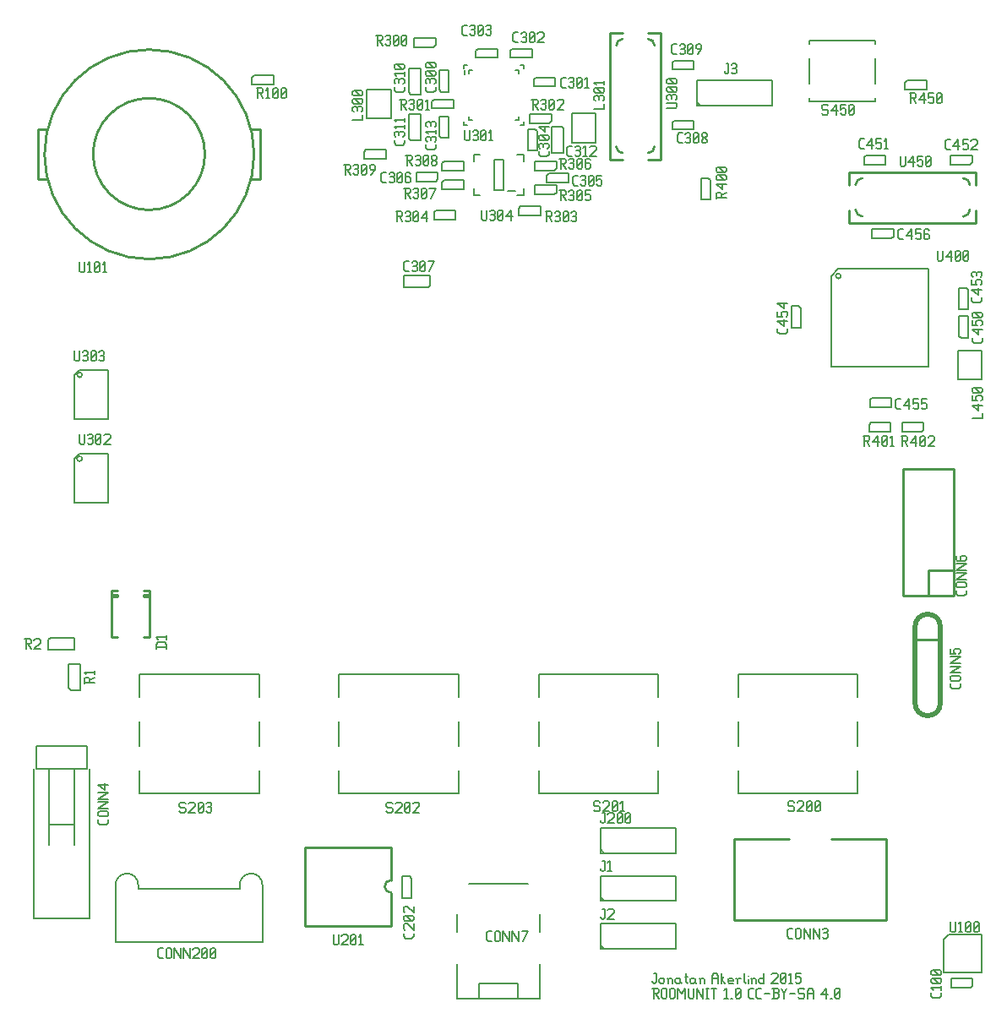
<source format=gto>
G04 start of page 9 for group -4079 idx -4079 *
G04 Title: roomunit, topsilk *
G04 Creator: pcb 1.99z *
G04 CreationDate: mån  6 apr 2015 21:39:44 UTC *
G04 For: jonatan *
G04 Format: Gerber/RS-274X *
G04 PCB-Dimensions (mm): 100.00 100.00 *
G04 PCB-Coordinate-Origin: lower left *
%MOMM*%
%FSLAX43Y43*%
%LNTOPSILK*%
%ADD157C,0.203*%
%ADD156C,0.400*%
%ADD155C,0.254*%
%ADD154C,0.508*%
%ADD153C,0.155*%
%ADD152C,0.200*%
%ADD151C,0.250*%
%ADD150C,0.150*%
G54D150*X65578Y2996D02*X65781D01*
Y2107D01*
X65654Y1980D02*X65781Y2107D01*
X65527Y1980D02*X65654D01*
X65400Y2107D02*X65527Y1980D01*
X65400Y2234D02*Y2107D01*
X66086Y2361D02*Y2107D01*
Y2361D02*X66213Y2488D01*
X66467D01*
X66594Y2361D01*
Y2107D01*
X66467Y1980D02*X66594Y2107D01*
X66213Y1980D02*X66467D01*
X66086Y2107D02*X66213Y1980D01*
X67026Y2361D02*Y1980D01*
Y2361D02*X67153Y2488D01*
X67280D01*
X67407Y2361D01*
Y1980D01*
X66899Y2488D02*X67026Y2361D01*
X68092Y2488D02*X68219Y2361D01*
X67838Y2488D02*X68092D01*
X67711Y2361D02*X67838Y2488D01*
X67711Y2361D02*Y2107D01*
X67838Y1980D01*
X68219Y2488D02*Y2107D01*
X68346Y1980D01*
X67838D02*X68092D01*
X68219Y2107D01*
X68778Y2996D02*Y2107D01*
X68905Y1980D01*
X68651Y2615D02*X68905D01*
X69540Y2488D02*X69667Y2361D01*
X69286Y2488D02*X69540D01*
X69159Y2361D02*X69286Y2488D01*
X69159Y2361D02*Y2107D01*
X69286Y1980D01*
X69667Y2488D02*Y2107D01*
X69794Y1980D01*
X69286D02*X69540D01*
X69667Y2107D01*
X70226Y2361D02*Y1980D01*
Y2361D02*X70353Y2488D01*
X70480D01*
X70607Y2361D01*
Y1980D01*
X70099Y2488D02*X70226Y2361D01*
X71369Y2742D02*Y1980D01*
Y2742D02*X71547Y2996D01*
X71826D01*
X72004Y2742D01*
Y1980D01*
X71369Y2488D02*X72004D01*
X72309Y2996D02*Y1980D01*
Y2361D02*X72690Y1980D01*
X72309Y2361D02*X72563Y2615D01*
X73122Y1980D02*X73503D01*
X72995Y2107D02*X73122Y1980D01*
X72995Y2361D02*Y2107D01*
Y2361D02*X73122Y2488D01*
X73376D01*
X73503Y2361D01*
X72995Y2234D02*X73503D01*
Y2361D02*Y2234D01*
X73934Y2361D02*Y1980D01*
Y2361D02*X74061Y2488D01*
X74315D01*
X73807D02*X73934Y2361D01*
X74620Y2996D02*Y2107D01*
X74747Y1980D01*
X75001Y2742D02*Y2717D01*
Y2361D02*Y1980D01*
X75382Y2361D02*Y1980D01*
Y2361D02*X75509Y2488D01*
X75636D01*
X75763Y2361D01*
Y1980D01*
X75255Y2488D02*X75382Y2361D01*
X76576Y2996D02*Y1980D01*
X76449D02*X76576Y2107D01*
X76195Y1980D02*X76449D01*
X76068Y2107D02*X76195Y1980D01*
X76068Y2361D02*Y2107D01*
Y2361D02*X76195Y2488D01*
X76449D01*
X76576Y2361D01*
X77338Y2869D02*X77465Y2996D01*
X77846D01*
X77973Y2869D01*
Y2615D01*
X77338Y1980D02*X77973Y2615D01*
X77338Y1980D02*X77973D01*
X78278Y2107D02*X78405Y1980D01*
X78278Y2869D02*Y2107D01*
Y2869D02*X78405Y2996D01*
X78659D01*
X78786Y2869D01*
Y2107D01*
X78659Y1980D02*X78786Y2107D01*
X78405Y1980D02*X78659D01*
X78278Y2234D02*X78786Y2742D01*
X79091Y2793D02*X79294Y2996D01*
Y1980D01*
X79091D02*X79472D01*
X79776Y2996D02*X80284D01*
X79776D02*Y2488D01*
X79903Y2615D01*
X80157D01*
X80284Y2488D01*
Y2107D01*
X80157Y1980D02*X80284Y2107D01*
X79903Y1980D02*X80157D01*
X79776Y2107D02*X79903Y1980D01*
X65400Y1496D02*X65908D01*
X66035Y1369D01*
Y1115D01*
X65908Y988D02*X66035Y1115D01*
X65527Y988D02*X65908D01*
X65527Y1496D02*Y480D01*
X65730Y988D02*X66035Y480D01*
X66340Y1369D02*Y607D01*
Y1369D02*X66467Y1496D01*
X66721D01*
X66848Y1369D01*
Y607D01*
X66721Y480D02*X66848Y607D01*
X66467Y480D02*X66721D01*
X66340Y607D02*X66467Y480D01*
X67153Y1369D02*Y607D01*
Y1369D02*X67280Y1496D01*
X67534D01*
X67661Y1369D01*
Y607D01*
X67534Y480D02*X67661Y607D01*
X67280Y480D02*X67534D01*
X67153Y607D02*X67280Y480D01*
X67965Y1496D02*Y480D01*
Y1496D02*X68346Y988D01*
X68727Y1496D01*
Y480D01*
X69032Y1496D02*Y607D01*
X69159Y480D01*
X69413D01*
X69540Y607D01*
Y1496D02*Y607D01*
X69845Y1496D02*Y480D01*
Y1496D02*X70480Y480D01*
Y1496D02*Y480D01*
X70785Y1496D02*X71039D01*
X70912D02*Y480D01*
X70785D02*X71039D01*
X71344Y1496D02*X71852D01*
X71598D02*Y480D01*
X72614Y1293D02*X72817Y1496D01*
Y480D01*
X72614D02*X72995D01*
X73299D02*X73426D01*
X73731Y607D02*X73858Y480D01*
X73731Y1369D02*Y607D01*
Y1369D02*X73858Y1496D01*
X74112D01*
X74239Y1369D01*
Y607D01*
X74112Y480D02*X74239Y607D01*
X73858Y480D02*X74112D01*
X73731Y734D02*X74239Y1242D01*
X75179Y480D02*X75509D01*
X75001Y658D02*X75179Y480D01*
X75001Y1318D02*Y658D01*
Y1318D02*X75179Y1496D01*
X75509D01*
X75992Y480D02*X76322D01*
X75814Y658D02*X75992Y480D01*
X75814Y1318D02*Y658D01*
Y1318D02*X75992Y1496D01*
X76322D01*
X76627Y988D02*X77135D01*
X77440Y480D02*X77948D01*
X78075Y607D01*
Y912D02*Y607D01*
X77948Y1039D02*X78075Y912D01*
X77567Y1039D02*X77948D01*
X77567Y1496D02*Y480D01*
X77440Y1496D02*X77948D01*
X78075Y1369D01*
Y1166D01*
X77948Y1039D02*X78075Y1166D01*
X78379Y1496D02*X78633Y988D01*
X78887Y1496D01*
X78633Y988D02*Y480D01*
X79192Y988D02*X79700D01*
X80513Y1496D02*X80640Y1369D01*
X80132Y1496D02*X80513D01*
X80005Y1369D02*X80132Y1496D01*
X80005Y1369D02*Y1115D01*
X80132Y988D01*
X80513D01*
X80640Y861D01*
Y607D01*
X80513Y480D02*X80640Y607D01*
X80132Y480D02*X80513D01*
X80005Y607D02*X80132Y480D01*
X80945Y1242D02*Y480D01*
Y1242D02*X81123Y1496D01*
X81402D01*
X81580Y1242D01*
Y480D01*
X80945Y988D02*X81580D01*
X82342Y861D02*X82850Y1496D01*
X82342Y861D02*X82977D01*
X82850Y1496D02*Y480D01*
X83282D02*X83409D01*
X83713Y607D02*X83840Y480D01*
X83713Y1369D02*Y607D01*
Y1369D02*X83840Y1496D01*
X84094D01*
X84221Y1369D01*
Y607D01*
X84094Y480D02*X84221Y607D01*
X83840Y480D02*X84094D01*
X83713Y734D02*X84221Y1242D01*
G54D151*X26134Y87556D02*Y82556D01*
X25184D01*
Y87556D02*X26134D01*
X3834D02*Y82556D01*
X4784D01*
X3834Y87556D02*X4784D01*
X18915Y81125D02*G75*G03X18915Y89044I-3960J3960D01*G01*
X18915Y89044D02*G75*G03X10996Y89044I-3960J-3960D01*G01*
X10996Y89044D02*G75*G03X10996Y81125I3960J-3960D01*G01*
X25484Y85056D02*G75*G03X14984Y95556I-10500J0D01*G01*
Y74556D02*G75*G03X25484Y85056I0J10500D01*G01*
X4484D02*G75*G03X14984Y74556I10500J0D01*G01*
X14984Y95556D02*G75*G03X4484Y85056I0J-10500D01*G01*
X10996Y81125D02*G75*G03X18915Y81125I3960J3960D01*G01*
G54D152*X25265Y92750D02*Y92050D01*
Y92750D02*X25465Y92950D01*
X27425D01*
Y92050D01*
X25265D01*
G54D153*X8000Y63450D02*X7500Y62950D01*
Y58550D01*
X10900Y63450D02*Y58550D01*
X7500D02*X10900D01*
X8000Y63450D02*X10900D01*
X7750Y62950D02*G75*G03X7750Y62950I250J0D01*G01*
X8000Y55050D02*X7500Y54550D01*
Y50150D01*
X10900Y55050D02*Y50150D01*
X7500D02*X10900D01*
X8000Y55050D02*X10900D01*
X7750Y54550D02*G75*G03X7750Y54550I250J0D01*G01*
G54D152*X4879Y36400D02*Y35400D01*
Y36400D02*X5079Y36600D01*
X7470D01*
Y35400D01*
X4879D01*
X7100Y31379D02*X8100D01*
X7100D02*X6900Y31579D01*
Y33970D02*Y31579D01*
Y33970D02*X8100D01*
Y31379D01*
X54000Y33000D02*X66000D01*
Y30700D01*
Y28200D02*Y25800D01*
Y23300D02*Y21000D01*
X54000D01*
Y23300D01*
Y25800D02*Y28200D01*
Y30700D02*Y33000D01*
X60230Y17550D02*X67770D01*
Y15050D02*X60230D01*
Y17550D01*
Y15400D02*X60580Y15050D01*
X67770Y17550D02*Y15050D01*
X60230Y12750D02*X67770D01*
Y10250D02*X60230D01*
Y12750D01*
Y10600D02*X60580Y10250D01*
X67770Y12750D02*Y10250D01*
X60230Y7950D02*X67770D01*
Y5450D02*X60230D01*
Y7950D01*
Y5800D02*X60580Y5450D01*
X67770Y7950D02*Y5450D01*
X45850Y450D02*X54150D01*
Y3950D02*Y450D01*
Y8950D02*Y7150D01*
X47050Y11950D02*X52950D01*
X45850Y8950D02*Y7150D01*
Y3950D02*Y450D01*
X48050Y1950D02*Y450D01*
Y1950D02*X51950D01*
Y450D01*
X74000Y33000D02*X86000D01*
Y30700D01*
Y28200D02*Y25800D01*
Y23300D02*Y21000D01*
X74000D01*
Y23300D01*
Y25800D02*Y28200D01*
Y30700D02*Y33000D01*
X87115Y57950D02*Y57250D01*
Y57950D02*X87315Y58150D01*
X89275D01*
Y57250D01*
X87115D01*
G54D153*X95100Y6900D02*X94600Y6400D01*
Y3100D01*
X98400Y6900D02*Y3100D01*
X94600D02*X98400D01*
X95100Y6900D02*X98400D01*
G54D154*X91730Y37700D02*Y30080D01*
X94270Y37700D02*Y30080D01*
G54D155*X91730Y36430D02*X94270D01*
G54D154*Y37700D02*G75*G03X91730Y37700I-1270J0D01*G01*
Y30080D02*G75*G03X94270Y30080I1270J0D01*G01*
G54D155*X95570Y53530D02*Y40830D01*
X90490Y53530D02*X95570D01*
X90490D02*Y40830D01*
X95570D01*
X93030Y43370D02*X95570D01*
X93030D02*Y40830D01*
G54D152*X92585Y58150D02*Y57450D01*
X92385Y57250D01*
X90425D02*X92385D01*
X90425Y58150D02*Y57250D01*
Y58150D02*X92585D01*
G54D155*X88820Y16464D02*X83296D01*
X73580D02*X79104D01*
X73580D02*Y8336D01*
X88820D01*
Y16464D01*
G54D152*X97485Y2450D02*Y1750D01*
X97285Y1550D01*
X95325D02*X97285D01*
X95325Y2450D02*Y1550D01*
Y2450D02*X97485D01*
G54D155*X85150Y79480D02*Y78210D01*
X97850D01*
Y79480D02*Y78210D01*
Y83290D02*Y82020D01*
X85150Y83290D02*X97850D01*
X85150D02*Y82020D01*
X97215D02*G75*G03X96580Y82655I-635J0D01*G01*
Y78845D02*G75*G03X97215Y79480I0J635D01*G01*
X85785D02*G75*G03X86420Y78845I635J0D01*G01*
Y82655D02*G75*G03X85785Y82020I0J-635D01*G01*
G54D152*X14000Y33000D02*X26000D01*
Y30700D01*
Y28200D02*Y25800D01*
Y23300D02*Y21000D01*
X14000D01*
Y23300D01*
Y25800D02*Y28200D01*
Y30700D02*Y33000D01*
G54D151*X14400Y41300D02*X15000D01*
G54D156*X14500Y40800D02*X14900D01*
G54D151*X15000Y41300D02*Y36700D01*
X11200Y41300D02*X11800D01*
G54D156*X11300Y40800D02*X11700D01*
G54D151*X11200Y41300D02*Y36700D01*
X14400D02*X15000D01*
X11200D02*X11800D01*
G54D157*X3690Y23452D02*X8770D01*
X3690Y25738D02*Y23452D01*
Y25738D02*X8770D01*
Y23452D01*
X4960Y17864D02*X7500D01*
Y23452D02*Y15832D01*
X4960Y23452D02*Y15832D01*
X9024Y23452D02*Y8466D01*
X3436D02*X9024D01*
X3436Y23452D02*Y8466D01*
G54D152*X34000Y33000D02*X46000D01*
Y30700D01*
Y28200D02*Y25800D01*
Y23300D02*Y21000D01*
X34000D01*
Y23300D01*
Y25800D02*Y28200D01*
Y30700D02*Y33000D01*
G54D157*X13875Y11470D02*X24035D01*
X11589Y11851D02*Y6136D01*
X26321Y11851D02*Y6136D01*
X11589D02*X26321D01*
X13875Y11851D02*Y11470D01*
X24035Y11851D02*Y11470D01*
X12732Y12994D02*G75*G03X11589Y11851I0J-1143D01*G01*
X13875D02*G75*G03X12732Y12994I-1143J0D01*G01*
X26321Y11851D02*G75*G03X25178Y12994I-1143J0D01*G01*
G75*G03X24035Y11851I0J-1143D01*G01*
G54D152*X40350Y12685D02*X41050D01*
X41250Y12485D01*
Y10525D01*
X40350D02*X41250D01*
X40350Y12685D02*Y10525D01*
G54D155*X30582Y15637D02*X39218D01*
X30582D02*Y7763D01*
X39218D01*
Y15637D02*Y12335D01*
Y11065D02*Y7763D01*
Y12335D02*G75*G03X39218Y11065I0J-635D01*G01*
G54D152*X90715Y92250D02*Y91550D01*
Y92250D02*X90915Y92450D01*
X92875D01*
Y91550D01*
X90715D01*
G54D153*X81100Y96450D02*Y96100D01*
Y94700D02*Y92100D01*
Y90700D02*Y90350D01*
X87700Y96450D02*Y96100D01*
Y94700D02*Y92100D01*
Y90700D02*Y90350D01*
X81100D02*X87700D01*
X81100Y96450D02*X87700D01*
G54D152*X69830Y92450D02*X77370D01*
Y89950D02*X69830D01*
Y92450D01*
Y90300D02*X70180Y89950D01*
X77370Y92450D02*Y89950D01*
X67415Y94250D02*Y93550D01*
Y94250D02*X67615Y94450D01*
X69575D01*
Y93550D01*
X67415D01*
X86615Y84750D02*Y84050D01*
Y84750D02*X86815Y84950D01*
X88775D01*
Y84050D01*
X86615D02*X88775D01*
X67415Y88250D02*Y87550D01*
Y88250D02*X67615Y88450D01*
X69575D01*
Y87550D01*
X67415D01*
X70300Y82685D02*X71000D01*
X71200Y82485D01*
Y80525D01*
X70300D02*X71200D01*
X70300Y82685D02*Y80525D01*
X47000Y88825D02*Y88500D01*
X47325D01*
X52000Y88825D02*Y88500D01*
X51675D02*X52000D01*
X47000Y93500D02*Y93175D01*
Y93500D02*X47325D01*
X52000D02*Y93175D01*
X51675Y93500D02*X52000D01*
X46500Y88300D02*Y88000D01*
X46800D01*
X52500Y88300D02*Y88000D01*
X52200D02*X52500D01*
X46500Y94000D02*Y93700D01*
Y94000D02*X46800D01*
X52500D02*Y93700D01*
X52200Y94000D02*X52500D01*
X46600Y93500D02*Y93045D01*
X47715Y95450D02*Y94750D01*
Y95450D02*X47915Y95650D01*
X49875D01*
Y94750D01*
X47715D01*
X51165Y95450D02*Y94750D01*
Y95450D02*X51365Y95650D01*
X53325D01*
Y94750D01*
X51165D01*
X53515Y92550D02*Y91850D01*
Y92550D02*X53715Y92750D01*
X55675D01*
Y91850D01*
X53515D02*X55675D01*
X55285Y89100D02*Y88400D01*
X55085Y88200D01*
X53125D02*X55085D01*
X53125Y89100D02*Y88200D01*
Y89100D02*X55285D01*
X55785Y84350D02*Y83650D01*
X55585Y83450D01*
X53625D02*X55585D01*
X53625Y84350D02*Y83450D01*
Y84350D02*X55785D01*
X57350Y89150D02*X59750D01*
X57350D02*Y86250D01*
X59750D01*
Y89150D02*Y86250D01*
X55300Y87821D02*X56300D01*
X56500Y87621D01*
Y85230D01*
X55300D02*X56500D01*
X55300Y87821D02*Y85230D01*
G54D155*X64970Y84550D02*X66240D01*
Y97250D02*Y84550D01*
X64970Y97250D02*X66240D01*
X61160D02*X62430D01*
X61160D02*Y84550D01*
X62430D01*
Y96615D02*G75*G03X61795Y95980I0J-635D01*G01*
X65605D02*G75*G03X64970Y96615I-635J0D01*G01*
Y85185D02*G75*G03X65605Y85820I0J635D01*G01*
X61795D02*G75*G03X62430Y85185I635J0D01*G01*
G54D152*X43315Y90350D02*Y89650D01*
Y90350D02*X43515Y90550D01*
X45475D01*
Y89650D01*
X43315D01*
X36515Y85300D02*Y84600D01*
Y85300D02*X36715Y85500D01*
X38675D01*
Y84600D01*
X36515D01*
X41200Y86479D02*X42200D01*
X41200D02*X41000Y86679D01*
Y89070D02*Y86679D01*
Y89070D02*X42200D01*
Y86479D01*
X36800Y91550D02*X39200D01*
X36800D02*Y88650D01*
X39200D01*
Y91550D02*Y88650D01*
X44250Y86715D02*X44950D01*
X44250D02*X44050Y86915D01*
Y88875D02*Y86915D01*
Y88875D02*X44950D01*
Y86715D01*
X43685Y96700D02*Y96000D01*
X43485Y95800D01*
X41525D02*X43485D01*
X41525Y96700D02*Y95800D01*
Y96700D02*X43685D01*
X44250Y91315D02*X44950D01*
X44250D02*X44050Y91515D01*
Y93475D02*Y91515D01*
Y93475D02*X44950D01*
Y91315D01*
X41200Y91079D02*X42200D01*
X41200D02*X41000Y91279D01*
Y93670D02*Y91279D01*
Y93670D02*X42200D01*
Y91079D01*
X43121Y72900D02*Y71900D01*
X42921Y71700D01*
X40530D02*X42921D01*
X40530Y72900D02*Y71700D01*
Y72900D02*X43121D01*
X43885Y83250D02*Y82550D01*
X43685Y82350D01*
X41725D02*X43685D01*
X41725Y83250D02*Y82350D01*
Y83250D02*X43885D01*
X44315Y84150D02*Y83450D01*
Y84150D02*X44515Y84350D01*
X46475D01*
Y83450D01*
X44315D01*
Y82250D02*Y81550D01*
Y82250D02*X44515Y82450D01*
X46475D01*
Y81550D01*
X44315D01*
X49550Y81500D02*X50450D01*
Y84500D02*Y81500D01*
X49550Y84500D02*X50450D01*
X49550D02*Y81500D01*
X52500Y85000D02*Y84350D01*
X51850Y85000D02*X52500D01*
X47500D02*Y84350D01*
Y85000D02*X48150D01*
X52500Y81650D02*Y81000D01*
X51850D02*X52500D01*
X47500Y81650D02*Y81000D01*
X48150D01*
X50915Y81375D02*X51685D01*
X52950Y87585D02*X53650D01*
X53850Y87385D01*
Y85425D01*
X52950D02*X53850D01*
X52950Y87585D02*Y85425D01*
X43515Y79250D02*Y78550D01*
Y79250D02*X43715Y79450D01*
X45675D01*
Y78550D01*
X43515D01*
X52015Y79650D02*Y78950D01*
Y79650D02*X52215Y79850D01*
X54175D01*
Y78950D01*
X52015D01*
X54815Y82950D02*Y82250D01*
Y82950D02*X55015Y83150D01*
X56975D01*
Y82250D01*
X54815D01*
X55785Y81950D02*Y81250D01*
X55585Y81050D01*
X53625D02*X55585D01*
X53625Y81950D02*Y81050D01*
Y81950D02*X55785D01*
G54D157*X84038Y73598D02*X93098D01*
Y63802D01*
X83302D01*
Y72862D01*
X84038Y73598D01*
X83784Y72862D02*G75*G03X83784Y72862I254J0D01*G01*
G54D152*X96150Y71685D02*X96850D01*
X97050Y71485D01*
Y69525D01*
X96150D02*X97050D01*
X96150Y71685D02*Y69525D01*
X96350Y66665D02*X97050D01*
X96350D02*X96150Y66865D01*
Y68825D02*Y66865D01*
Y68825D02*X97050D01*
Y66665D01*
X96000Y62500D02*X98400D01*
Y65400D02*Y62500D01*
X96000Y65400D02*X98400D01*
X96000D02*Y62500D01*
X87215Y60450D02*Y59750D01*
Y60450D02*X87415Y60650D01*
X89375D01*
Y59750D01*
X87215D01*
X89585Y77550D02*Y76850D01*
X89385Y76650D01*
X87425D02*X89385D01*
X87425Y77550D02*Y76650D01*
Y77550D02*X89585D01*
X79350Y69835D02*X80050D01*
X80250Y69635D01*
Y67675D01*
X79350D02*X80250D01*
X79350Y69835D02*Y67675D01*
X97435Y84950D02*Y84250D01*
X97235Y84050D01*
X95275D02*X97235D01*
X95275Y84950D02*Y84050D01*
Y84950D02*X97435D01*
G54D150*X39228Y20126D02*X39355Y19999D01*
X38847Y20126D02*X39228D01*
X38720Y19999D02*X38847Y20126D01*
X38720Y19999D02*Y19745D01*
X38847Y19618D01*
X39228D01*
X39355Y19491D01*
Y19237D01*
X39228Y19110D02*X39355Y19237D01*
X38847Y19110D02*X39228D01*
X38720Y19237D02*X38847Y19110D01*
X39660Y19999D02*X39787Y20126D01*
X40168D01*
X40295Y19999D01*
Y19745D01*
X39660Y19110D02*X40295Y19745D01*
X39660Y19110D02*X40295D01*
X40600Y19237D02*X40727Y19110D01*
X40600Y19999D02*Y19237D01*
Y19999D02*X40727Y20126D01*
X40981D01*
X41108Y19999D01*
Y19237D01*
X40981Y19110D02*X41108Y19237D01*
X40727Y19110D02*X40981D01*
X40600Y19364D02*X41108Y19872D01*
X41412Y19999D02*X41539Y20126D01*
X41920D01*
X42047Y19999D01*
Y19745D01*
X41412Y19110D02*X42047Y19745D01*
X41412Y19110D02*X42047D01*
X41470Y7008D02*Y6678D01*
X41292Y6500D02*X41470Y6678D01*
X40632Y6500D02*X41292D01*
X40632D02*X40454Y6678D01*
Y7008D02*Y6678D01*
X40581Y7313D02*X40454Y7440D01*
Y7821D02*Y7440D01*
Y7821D02*X40581Y7948D01*
X40835D01*
X41470Y7313D02*X40835Y7948D01*
X41470D02*Y7313D01*
X41343Y8253D02*X41470Y8380D01*
X40581Y8253D02*X41343D01*
X40581D02*X40454Y8380D01*
Y8634D02*Y8380D01*
Y8634D02*X40581Y8761D01*
X41343D01*
X41470Y8634D02*X41343Y8761D01*
X41470Y8634D02*Y8380D01*
X41216Y8253D02*X40708Y8761D01*
X40581Y9065D02*X40454Y9192D01*
Y9573D02*Y9192D01*
Y9573D02*X40581Y9700D01*
X40835D01*
X41470Y9065D02*X40835Y9700D01*
X41470D02*Y9065D01*
X33442Y6870D02*Y5981D01*
X33569Y5854D01*
X33823D01*
X33950Y5981D01*
Y6870D02*Y5981D01*
X34255Y6743D02*X34382Y6870D01*
X34763D01*
X34890Y6743D01*
Y6489D01*
X34255Y5854D02*X34890Y6489D01*
X34255Y5854D02*X34890D01*
X35195Y5981D02*X35322Y5854D01*
X35195Y6743D02*Y5981D01*
Y6743D02*X35322Y6870D01*
X35576D01*
X35703Y6743D01*
Y5981D01*
X35576Y5854D02*X35703Y5981D01*
X35322Y5854D02*X35576D01*
X35195Y6108D02*X35703Y6616D01*
X36007Y6667D02*X36211Y6870D01*
Y5854D01*
X36007D02*X36388D01*
X18508Y20126D02*X18635Y19999D01*
X18127Y20126D02*X18508D01*
X18000Y19999D02*X18127Y20126D01*
X18000Y19999D02*Y19745D01*
X18127Y19618D01*
X18508D01*
X18635Y19491D01*
Y19237D01*
X18508Y19110D02*X18635Y19237D01*
X18127Y19110D02*X18508D01*
X18000Y19237D02*X18127Y19110D01*
X18940Y19999D02*X19067Y20126D01*
X19448D01*
X19575Y19999D01*
Y19745D01*
X18940Y19110D02*X19575Y19745D01*
X18940Y19110D02*X19575D01*
X19880Y19237D02*X20007Y19110D01*
X19880Y19999D02*Y19237D01*
Y19999D02*X20007Y20126D01*
X20261D01*
X20388Y19999D01*
Y19237D01*
X20261Y19110D02*X20388Y19237D01*
X20007Y19110D02*X20261D01*
X19880Y19364D02*X20388Y19872D01*
X20692Y19999D02*X20819Y20126D01*
X21073D01*
X21200Y19999D01*
X21073Y19110D02*X21200Y19237D01*
X20819Y19110D02*X21073D01*
X20692Y19237D02*X20819Y19110D01*
Y19669D02*X21073D01*
X21200Y19999D02*Y19796D01*
Y19542D02*Y19237D01*
Y19542D02*X21073Y19669D01*
X21200Y19796D02*X21073Y19669D01*
X15654Y35627D02*X16670D01*
X15654Y35957D02*X15832Y36135D01*
X16492D01*
X16670Y35957D02*X16492Y36135D01*
X16670Y35957D02*Y35500D01*
X15654Y35957D02*Y35500D01*
X15857Y36440D02*X15654Y36643D01*
X16670D01*
Y36821D02*Y36440D01*
X16028Y4480D02*X16358D01*
X15850Y4658D02*X16028Y4480D01*
X15850Y5318D02*Y4658D01*
Y5318D02*X16028Y5496D01*
X16358D01*
X16663Y5369D02*Y4607D01*
Y5369D02*X16790Y5496D01*
X17044D01*
X17171Y5369D01*
Y4607D01*
X17044Y4480D02*X17171Y4607D01*
X16790Y4480D02*X17044D01*
X16663Y4607D02*X16790Y4480D01*
X17476Y5496D02*Y4480D01*
Y5496D02*X18111Y4480D01*
Y5496D02*Y4480D01*
X18415Y5496D02*Y4480D01*
Y5496D02*X19050Y4480D01*
Y5496D02*Y4480D01*
X19355Y5369D02*X19482Y5496D01*
X19863D01*
X19990Y5369D01*
Y5115D01*
X19355Y4480D02*X19990Y5115D01*
X19355Y4480D02*X19990D01*
X20295Y4607D02*X20422Y4480D01*
X20295Y5369D02*Y4607D01*
Y5369D02*X20422Y5496D01*
X20676D01*
X20803Y5369D01*
Y4607D01*
X20676Y4480D02*X20803Y4607D01*
X20422Y4480D02*X20676D01*
X20295Y4734D02*X20803Y5242D01*
X21108Y4607D02*X21235Y4480D01*
X21108Y5369D02*Y4607D01*
Y5369D02*X21235Y5496D01*
X21489D01*
X21616Y5369D01*
Y4607D01*
X21489Y4480D02*X21616Y4607D01*
X21235Y4480D02*X21489D01*
X21108Y4734D02*X21616Y5242D01*
X2500Y36496D02*X3008D01*
X3135Y36369D01*
Y36115D01*
X3008Y35988D02*X3135Y36115D01*
X2627Y35988D02*X3008D01*
X2627Y36496D02*Y35480D01*
X2830Y35988D02*X3135Y35480D01*
X3440Y36369D02*X3567Y36496D01*
X3948D01*
X4075Y36369D01*
Y36115D01*
X3440Y35480D02*X4075Y36115D01*
X3440Y35480D02*X4075D01*
X8454Y32508D02*Y32000D01*
Y32508D02*X8581Y32635D01*
X8835D01*
X8962Y32508D02*X8835Y32635D01*
X8962Y32508D02*Y32127D01*
X8454D02*X9470D01*
X8962Y32330D02*X9470Y32635D01*
X8657Y32940D02*X8454Y33143D01*
X9470D01*
Y33321D02*Y32940D01*
X10890Y18392D02*Y18062D01*
X10712Y17884D02*X10890Y18062D01*
X10052Y17884D02*X10712D01*
X10052D02*X9874Y18062D01*
Y18392D02*Y18062D01*
X10001Y18697D02*X10763D01*
X10001D02*X9874Y18824D01*
Y19078D02*Y18824D01*
Y19078D02*X10001Y19205D01*
X10763D01*
X10890Y19078D02*X10763Y19205D01*
X10890Y19078D02*Y18824D01*
X10763Y18697D02*X10890Y18824D01*
X9874Y19510D02*X10890D01*
X9874D02*X10890Y20145D01*
X9874D02*X10890D01*
X9874Y20449D02*X10890D01*
X9874D02*X10890Y21084D01*
X9874D02*X10890D01*
X10509Y21389D02*X9874Y21897D01*
X10509Y22024D02*Y21389D01*
X9874Y21897D02*X10890D01*
X48978Y6180D02*X49308D01*
X48800Y6358D02*X48978Y6180D01*
X48800Y7018D02*Y6358D01*
Y7018D02*X48978Y7196D01*
X49308D01*
X49613Y7069D02*Y6307D01*
Y7069D02*X49740Y7196D01*
X49994D01*
X50121Y7069D01*
Y6307D01*
X49994Y6180D02*X50121Y6307D01*
X49740Y6180D02*X49994D01*
X49613Y6307D02*X49740Y6180D01*
X50426Y7196D02*Y6180D01*
Y7196D02*X51061Y6180D01*
Y7196D02*Y6180D01*
X51365Y7196D02*Y6180D01*
Y7196D02*X52000Y6180D01*
Y7196D02*Y6180D01*
X52432D02*X52940Y7196D01*
X52305D02*X52940D01*
X8000Y74246D02*Y73357D01*
X8127Y73230D01*
X8381D01*
X8508Y73357D01*
Y74246D02*Y73357D01*
X8813Y74043D02*X9016Y74246D01*
Y73230D01*
X8813D02*X9194D01*
X9499Y73357D02*X9626Y73230D01*
X9499Y74119D02*Y73357D01*
Y74119D02*X9626Y74246D01*
X9880D01*
X10007Y74119D01*
Y73357D01*
X9880Y73230D02*X10007Y73357D01*
X9626Y73230D02*X9880D01*
X9499Y73484D02*X10007Y73992D01*
X10311Y74043D02*X10515Y74246D01*
Y73230D01*
X10311D02*X10692D01*
X25750Y91696D02*X26258D01*
X26385Y91569D01*
Y91315D01*
X26258Y91188D02*X26385Y91315D01*
X25877Y91188D02*X26258D01*
X25877Y91696D02*Y90680D01*
X26080Y91188D02*X26385Y90680D01*
X26690Y91493D02*X26893Y91696D01*
Y90680D01*
X26690D02*X27071D01*
X27376Y90807D02*X27503Y90680D01*
X27376Y91569D02*Y90807D01*
Y91569D02*X27503Y91696D01*
X27757D01*
X27884Y91569D01*
Y90807D01*
X27757Y90680D02*X27884Y90807D01*
X27503Y90680D02*X27757D01*
X27376Y90934D02*X27884Y91442D01*
X28188Y90807D02*X28315Y90680D01*
X28188Y91569D02*Y90807D01*
Y91569D02*X28315Y91696D01*
X28569D01*
X28696Y91569D01*
Y90807D01*
X28569Y90680D02*X28696Y90807D01*
X28315Y90680D02*X28569D01*
X28188Y90934D02*X28696Y91442D01*
X7500Y65346D02*Y64457D01*
X7627Y64330D01*
X7881D01*
X8008Y64457D01*
Y65346D02*Y64457D01*
X8313Y65219D02*X8440Y65346D01*
X8694D01*
X8821Y65219D01*
X8694Y64330D02*X8821Y64457D01*
X8440Y64330D02*X8694D01*
X8313Y64457D02*X8440Y64330D01*
Y64889D02*X8694D01*
X8821Y65219D02*Y65016D01*
Y64762D02*Y64457D01*
Y64762D02*X8694Y64889D01*
X8821Y65016D02*X8694Y64889D01*
X9126Y64457D02*X9253Y64330D01*
X9126Y65219D02*Y64457D01*
Y65219D02*X9253Y65346D01*
X9507D01*
X9634Y65219D01*
Y64457D01*
X9507Y64330D02*X9634Y64457D01*
X9253Y64330D02*X9507D01*
X9126Y64584D02*X9634Y65092D01*
X9938Y65219D02*X10065Y65346D01*
X10319D01*
X10446Y65219D01*
X10319Y64330D02*X10446Y64457D01*
X10065Y64330D02*X10319D01*
X9938Y64457D02*X10065Y64330D01*
Y64889D02*X10319D01*
X10446Y65219D02*Y65016D01*
Y64762D02*Y64457D01*
Y64762D02*X10319Y64889D01*
X10446Y65016D02*X10319Y64889D01*
X8000Y57046D02*Y56157D01*
X8127Y56030D01*
X8381D01*
X8508Y56157D01*
Y57046D02*Y56157D01*
X8813Y56919D02*X8940Y57046D01*
X9194D01*
X9321Y56919D01*
X9194Y56030D02*X9321Y56157D01*
X8940Y56030D02*X9194D01*
X8813Y56157D02*X8940Y56030D01*
Y56589D02*X9194D01*
X9321Y56919D02*Y56716D01*
Y56462D02*Y56157D01*
Y56462D02*X9194Y56589D01*
X9321Y56716D02*X9194Y56589D01*
X9626Y56157D02*X9753Y56030D01*
X9626Y56919D02*Y56157D01*
Y56919D02*X9753Y57046D01*
X10007D01*
X10134Y56919D01*
Y56157D01*
X10007Y56030D02*X10134Y56157D01*
X9753Y56030D02*X10007D01*
X9626Y56284D02*X10134Y56792D01*
X10438Y56919D02*X10565Y57046D01*
X10946D01*
X11073Y56919D01*
Y56665D01*
X10438Y56030D02*X11073Y56665D01*
X10438Y56030D02*X11073D01*
X38378Y82230D02*X38708D01*
X38200Y82408D02*X38378Y82230D01*
X38200Y83068D02*Y82408D01*
Y83068D02*X38378Y83246D01*
X38708D01*
X39013Y83119D02*X39140Y83246D01*
X39394D01*
X39521Y83119D01*
X39394Y82230D02*X39521Y82357D01*
X39140Y82230D02*X39394D01*
X39013Y82357D02*X39140Y82230D01*
Y82789D02*X39394D01*
X39521Y83119D02*Y82916D01*
Y82662D02*Y82357D01*
Y82662D02*X39394Y82789D01*
X39521Y82916D02*X39394Y82789D01*
X39826Y82357D02*X39953Y82230D01*
X39826Y83119D02*Y82357D01*
Y83119D02*X39953Y83246D01*
X40207D01*
X40334Y83119D01*
Y82357D01*
X40207Y82230D02*X40334Y82357D01*
X39953Y82230D02*X40207D01*
X39826Y82484D02*X40334Y82992D01*
X41019Y83246D02*X41146Y83119D01*
X40765Y83246D02*X41019D01*
X40638Y83119D02*X40765Y83246D01*
X40638Y83119D02*Y82357D01*
X40765Y82230D01*
X41019Y82789D02*X41146Y82662D01*
X40638Y82789D02*X41019D01*
X40765Y82230D02*X41019D01*
X41146Y82357D01*
Y82662D02*Y82357D01*
X34500Y84046D02*X35008D01*
X35135Y83919D01*
Y83665D01*
X35008Y83538D02*X35135Y83665D01*
X34627Y83538D02*X35008D01*
X34627Y84046D02*Y83030D01*
X34830Y83538D02*X35135Y83030D01*
X35440Y83919D02*X35567Y84046D01*
X35821D01*
X35948Y83919D01*
X35821Y83030D02*X35948Y83157D01*
X35567Y83030D02*X35821D01*
X35440Y83157D02*X35567Y83030D01*
Y83589D02*X35821D01*
X35948Y83919D02*Y83716D01*
Y83462D02*Y83157D01*
Y83462D02*X35821Y83589D01*
X35948Y83716D02*X35821Y83589D01*
X36253Y83157D02*X36380Y83030D01*
X36253Y83919D02*Y83157D01*
Y83919D02*X36380Y84046D01*
X36634D01*
X36761Y83919D01*
Y83157D01*
X36634Y83030D02*X36761Y83157D01*
X36380Y83030D02*X36634D01*
X36253Y83284D02*X36761Y83792D01*
X37192Y83030D02*X37573Y83538D01*
Y83919D02*Y83538D01*
X37446Y84046D02*X37573Y83919D01*
X37192Y84046D02*X37446D01*
X37065Y83919D02*X37192Y84046D01*
X37065Y83919D02*Y83665D01*
X37192Y83538D01*
X37573D01*
X40500Y81646D02*X41008D01*
X41135Y81519D01*
Y81265D01*
X41008Y81138D02*X41135Y81265D01*
X40627Y81138D02*X41008D01*
X40627Y81646D02*Y80630D01*
X40830Y81138D02*X41135Y80630D01*
X41440Y81519D02*X41567Y81646D01*
X41821D01*
X41948Y81519D01*
X41821Y80630D02*X41948Y80757D01*
X41567Y80630D02*X41821D01*
X41440Y80757D02*X41567Y80630D01*
Y81189D02*X41821D01*
X41948Y81519D02*Y81316D01*
Y81062D02*Y80757D01*
Y81062D02*X41821Y81189D01*
X41948Y81316D02*X41821Y81189D01*
X42253Y80757D02*X42380Y80630D01*
X42253Y81519D02*Y80757D01*
Y81519D02*X42380Y81646D01*
X42634D01*
X42761Y81519D01*
Y80757D01*
X42634Y80630D02*X42761Y80757D01*
X42380Y80630D02*X42634D01*
X42253Y80884D02*X42761Y81392D01*
X43192Y80630D02*X43700Y81646D01*
X43065D02*X43700D01*
X39700Y79346D02*X40208D01*
X40335Y79219D01*
Y78965D01*
X40208Y78838D02*X40335Y78965D01*
X39827Y78838D02*X40208D01*
X39827Y79346D02*Y78330D01*
X40030Y78838D02*X40335Y78330D01*
X40640Y79219D02*X40767Y79346D01*
X41021D01*
X41148Y79219D01*
X41021Y78330D02*X41148Y78457D01*
X40767Y78330D02*X41021D01*
X40640Y78457D02*X40767Y78330D01*
Y78889D02*X41021D01*
X41148Y79219D02*Y79016D01*
Y78762D02*Y78457D01*
Y78762D02*X41021Y78889D01*
X41148Y79016D02*X41021Y78889D01*
X41453Y78457D02*X41580Y78330D01*
X41453Y79219D02*Y78457D01*
Y79219D02*X41580Y79346D01*
X41834D01*
X41961Y79219D01*
Y78457D01*
X41834Y78330D02*X41961Y78457D01*
X41580Y78330D02*X41834D01*
X41453Y78584D02*X41961Y79092D01*
X42265Y78711D02*X42773Y79346D01*
X42265Y78711D02*X42900D01*
X42773Y79346D02*Y78330D01*
X40678Y73330D02*X41008D01*
X40500Y73508D02*X40678Y73330D01*
X40500Y74168D02*Y73508D01*
Y74168D02*X40678Y74346D01*
X41008D01*
X41313Y74219D02*X41440Y74346D01*
X41694D01*
X41821Y74219D01*
X41694Y73330D02*X41821Y73457D01*
X41440Y73330D02*X41694D01*
X41313Y73457D02*X41440Y73330D01*
Y73889D02*X41694D01*
X41821Y74219D02*Y74016D01*
Y73762D02*Y73457D01*
Y73762D02*X41694Y73889D01*
X41821Y74016D02*X41694Y73889D01*
X42126Y73457D02*X42253Y73330D01*
X42126Y74219D02*Y73457D01*
Y74219D02*X42253Y74346D01*
X42507D01*
X42634Y74219D01*
Y73457D01*
X42507Y73330D02*X42634Y73457D01*
X42253Y73330D02*X42507D01*
X42126Y73584D02*X42634Y74092D01*
X43065Y73330D02*X43573Y74346D01*
X42938D02*X43573D01*
X40100Y90546D02*X40608D01*
X40735Y90419D01*
Y90165D01*
X40608Y90038D02*X40735Y90165D01*
X40227Y90038D02*X40608D01*
X40227Y90546D02*Y89530D01*
X40430Y90038D02*X40735Y89530D01*
X41040Y90419D02*X41167Y90546D01*
X41421D01*
X41548Y90419D01*
X41421Y89530D02*X41548Y89657D01*
X41167Y89530D02*X41421D01*
X41040Y89657D02*X41167Y89530D01*
Y90089D02*X41421D01*
X41548Y90419D02*Y90216D01*
Y89962D02*Y89657D01*
Y89962D02*X41421Y90089D01*
X41548Y90216D02*X41421Y90089D01*
X41853Y89657D02*X41980Y89530D01*
X41853Y90419D02*Y89657D01*
Y90419D02*X41980Y90546D01*
X42234D01*
X42361Y90419D01*
Y89657D01*
X42234Y89530D02*X42361Y89657D01*
X41980Y89530D02*X42234D01*
X41853Y89784D02*X42361Y90292D01*
X42665Y90343D02*X42869Y90546D01*
Y89530D01*
X42665D02*X43046D01*
X40570Y86508D02*Y86178D01*
X40392Y86000D02*X40570Y86178D01*
X39732Y86000D02*X40392D01*
X39732D02*X39554Y86178D01*
Y86508D02*Y86178D01*
X39681Y86813D02*X39554Y86940D01*
Y87194D02*Y86940D01*
Y87194D02*X39681Y87321D01*
X40570Y87194D02*X40443Y87321D01*
X40570Y87194D02*Y86940D01*
X40443Y86813D02*X40570Y86940D01*
X40011Y87194D02*Y86940D01*
X39681Y87321D02*X39884D01*
X40138D02*X40443D01*
X40138D02*X40011Y87194D01*
X39884Y87321D02*X40011Y87194D01*
X39757Y87626D02*X39554Y87829D01*
X40570D01*
Y88007D02*Y87626D01*
X39757Y88311D02*X39554Y88515D01*
X40570D01*
Y88692D02*Y88311D01*
X35354Y88500D02*X36370D01*
Y89008D02*Y88500D01*
X35481Y89313D02*X35354Y89440D01*
Y89694D02*Y89440D01*
Y89694D02*X35481Y89821D01*
X36370Y89694D02*X36243Y89821D01*
X36370Y89694D02*Y89440D01*
X36243Y89313D02*X36370Y89440D01*
X35811Y89694D02*Y89440D01*
X35481Y89821D02*X35684D01*
X35938D02*X36243D01*
X35938D02*X35811Y89694D01*
X35684Y89821D02*X35811Y89694D01*
X36243Y90126D02*X36370Y90253D01*
X35481Y90126D02*X36243D01*
X35481D02*X35354Y90253D01*
Y90507D02*Y90253D01*
Y90507D02*X35481Y90634D01*
X36243D01*
X36370Y90507D02*X36243Y90634D01*
X36370Y90507D02*Y90253D01*
X36116Y90126D02*X35608Y90634D01*
X36243Y90938D02*X36370Y91065D01*
X35481Y90938D02*X36243D01*
X35481D02*X35354Y91065D01*
Y91319D02*Y91065D01*
Y91319D02*X35481Y91446D01*
X36243D01*
X36370Y91319D02*X36243Y91446D01*
X36370Y91319D02*Y91065D01*
X36116Y90938D02*X35608Y91446D01*
X43670Y91808D02*Y91478D01*
X43492Y91300D02*X43670Y91478D01*
X42832Y91300D02*X43492D01*
X42832D02*X42654Y91478D01*
Y91808D02*Y91478D01*
X42781Y92113D02*X42654Y92240D01*
Y92494D02*Y92240D01*
Y92494D02*X42781Y92621D01*
X43670Y92494D02*X43543Y92621D01*
X43670Y92494D02*Y92240D01*
X43543Y92113D02*X43670Y92240D01*
X43111Y92494D02*Y92240D01*
X42781Y92621D02*X42984D01*
X43238D02*X43543D01*
X43238D02*X43111Y92494D01*
X42984Y92621D02*X43111Y92494D01*
X43543Y92926D02*X43670Y93053D01*
X42781Y92926D02*X43543D01*
X42781D02*X42654Y93053D01*
Y93307D02*Y93053D01*
Y93307D02*X42781Y93434D01*
X43543D01*
X43670Y93307D02*X43543Y93434D01*
X43670Y93307D02*Y93053D01*
X43416Y92926D02*X42908Y93434D01*
X43543Y93738D02*X43670Y93865D01*
X42781Y93738D02*X43543D01*
X42781D02*X42654Y93865D01*
Y94119D02*Y93865D01*
Y94119D02*X42781Y94246D01*
X43543D01*
X43670Y94119D02*X43543Y94246D01*
X43670Y94119D02*Y93865D01*
X43416Y93738D02*X42908Y94246D01*
X40570Y91808D02*Y91478D01*
X40392Y91300D02*X40570Y91478D01*
X39732Y91300D02*X40392D01*
X39732D02*X39554Y91478D01*
Y91808D02*Y91478D01*
X39681Y92113D02*X39554Y92240D01*
Y92494D02*Y92240D01*
Y92494D02*X39681Y92621D01*
X40570Y92494D02*X40443Y92621D01*
X40570Y92494D02*Y92240D01*
X40443Y92113D02*X40570Y92240D01*
X40011Y92494D02*Y92240D01*
X39681Y92621D02*X39884D01*
X40138D02*X40443D01*
X40138D02*X40011Y92494D01*
X39884Y92621D02*X40011Y92494D01*
X39757Y92926D02*X39554Y93129D01*
X40570D01*
Y93307D02*Y92926D01*
X40443Y93611D02*X40570Y93738D01*
X39681Y93611D02*X40443D01*
X39681D02*X39554Y93738D01*
Y93992D02*Y93738D01*
Y93992D02*X39681Y94119D01*
X40443D01*
X40570Y93992D02*X40443Y94119D01*
X40570Y93992D02*Y93738D01*
X40316Y93611D02*X39808Y94119D01*
X37700Y96996D02*X38208D01*
X38335Y96869D01*
Y96615D01*
X38208Y96488D02*X38335Y96615D01*
X37827Y96488D02*X38208D01*
X37827Y96996D02*Y95980D01*
X38030Y96488D02*X38335Y95980D01*
X38640Y96869D02*X38767Y96996D01*
X39021D01*
X39148Y96869D01*
X39021Y95980D02*X39148Y96107D01*
X38767Y95980D02*X39021D01*
X38640Y96107D02*X38767Y95980D01*
Y96539D02*X39021D01*
X39148Y96869D02*Y96666D01*
Y96412D02*Y96107D01*
Y96412D02*X39021Y96539D01*
X39148Y96666D02*X39021Y96539D01*
X39453Y96107D02*X39580Y95980D01*
X39453Y96869D02*Y96107D01*
Y96869D02*X39580Y96996D01*
X39834D01*
X39961Y96869D01*
Y96107D01*
X39834Y95980D02*X39961Y96107D01*
X39580Y95980D02*X39834D01*
X39453Y96234D02*X39961Y96742D01*
X40265Y96107D02*X40392Y95980D01*
X40265Y96869D02*Y96107D01*
Y96869D02*X40392Y96996D01*
X40646D01*
X40773Y96869D01*
Y96107D01*
X40646Y95980D02*X40773Y96107D01*
X40392Y95980D02*X40646D01*
X40265Y96234D02*X40773Y96742D01*
X91200Y91196D02*X91708D01*
X91835Y91069D01*
Y90815D01*
X91708Y90688D02*X91835Y90815D01*
X91327Y90688D02*X91708D01*
X91327Y91196D02*Y90180D01*
X91530Y90688D02*X91835Y90180D01*
X92140Y90561D02*X92648Y91196D01*
X92140Y90561D02*X92775D01*
X92648Y91196D02*Y90180D01*
X93080Y91196D02*X93588D01*
X93080D02*Y90688D01*
X93207Y90815D01*
X93461D01*
X93588Y90688D01*
Y90307D01*
X93461Y90180D02*X93588Y90307D01*
X93207Y90180D02*X93461D01*
X93080Y90307D02*X93207Y90180D01*
X93892Y90307D02*X94019Y90180D01*
X93892Y91069D02*Y90307D01*
Y91069D02*X94019Y91196D01*
X94273D01*
X94400Y91069D01*
Y90307D01*
X94273Y90180D02*X94400Y90307D01*
X94019Y90180D02*X94273D01*
X93892Y90434D02*X94400Y90942D01*
X82908Y90046D02*X83035Y89919D01*
X82527Y90046D02*X82908D01*
X82400Y89919D02*X82527Y90046D01*
X82400Y89919D02*Y89665D01*
X82527Y89538D01*
X82908D01*
X83035Y89411D01*
Y89157D01*
X82908Y89030D02*X83035Y89157D01*
X82527Y89030D02*X82908D01*
X82400Y89157D02*X82527Y89030D01*
X83340Y89411D02*X83848Y90046D01*
X83340Y89411D02*X83975D01*
X83848Y90046D02*Y89030D01*
X84280Y90046D02*X84788D01*
X84280D02*Y89538D01*
X84407Y89665D01*
X84661D01*
X84788Y89538D01*
Y89157D01*
X84661Y89030D02*X84788Y89157D01*
X84407Y89030D02*X84661D01*
X84280Y89157D02*X84407Y89030D01*
X85092Y89157D02*X85219Y89030D01*
X85092Y89919D02*Y89157D01*
Y89919D02*X85219Y90046D01*
X85473D01*
X85600Y89919D01*
Y89157D01*
X85473Y89030D02*X85600Y89157D01*
X85219Y89030D02*X85473D01*
X85092Y89284D02*X85600Y89792D01*
X72828Y94146D02*X73031D01*
Y93257D01*
X72904Y93130D02*X73031Y93257D01*
X72777Y93130D02*X72904D01*
X72650Y93257D02*X72777Y93130D01*
X72650Y93384D02*Y93257D01*
X73336Y94019D02*X73463Y94146D01*
X73717D01*
X73844Y94019D01*
X73717Y93130D02*X73844Y93257D01*
X73463Y93130D02*X73717D01*
X73336Y93257D02*X73463Y93130D01*
Y93689D02*X73717D01*
X73844Y94019D02*Y93816D01*
Y93562D02*Y93257D01*
Y93562D02*X73717Y93689D01*
X73844Y93816D02*X73717Y93689D01*
X86278Y85580D02*X86608D01*
X86100Y85758D02*X86278Y85580D01*
X86100Y86418D02*Y85758D01*
Y86418D02*X86278Y86596D01*
X86608D01*
X86913Y85961D02*X87421Y86596D01*
X86913Y85961D02*X87548D01*
X87421Y86596D02*Y85580D01*
X87853Y86596D02*X88361D01*
X87853D02*Y86088D01*
X87980Y86215D01*
X88234D01*
X88361Y86088D01*
Y85707D01*
X88234Y85580D02*X88361Y85707D01*
X87980Y85580D02*X88234D01*
X87853Y85707D02*X87980Y85580D01*
X88665Y86393D02*X88869Y86596D01*
Y85580D01*
X88665D02*X89046D01*
X94928Y85530D02*X95258D01*
X94750Y85708D02*X94928Y85530D01*
X94750Y86368D02*Y85708D01*
Y86368D02*X94928Y86546D01*
X95258D01*
X95563Y85911D02*X96071Y86546D01*
X95563Y85911D02*X96198D01*
X96071Y86546D02*Y85530D01*
X96503Y86546D02*X97011D01*
X96503D02*Y86038D01*
X96630Y86165D01*
X96884D01*
X97011Y86038D01*
Y85657D01*
X96884Y85530D02*X97011Y85657D01*
X96630Y85530D02*X96884D01*
X96503Y85657D02*X96630Y85530D01*
X97315Y86419D02*X97442Y86546D01*
X97823D01*
X97950Y86419D01*
Y86165D01*
X97315Y85530D02*X97950Y86165D01*
X97315Y85530D02*X97950D01*
X90250Y84896D02*Y84007D01*
X90377Y83880D01*
X90631D01*
X90758Y84007D01*
Y84896D02*Y84007D01*
X91063Y84261D02*X91571Y84896D01*
X91063Y84261D02*X91698D01*
X91571Y84896D02*Y83880D01*
X92003Y84896D02*X92511D01*
X92003D02*Y84388D01*
X92130Y84515D01*
X92384D01*
X92511Y84388D01*
Y84007D01*
X92384Y83880D02*X92511Y84007D01*
X92130Y83880D02*X92384D01*
X92003Y84007D02*X92130Y83880D01*
X92815Y84007D02*X92942Y83880D01*
X92815Y84769D02*Y84007D01*
Y84769D02*X92942Y84896D01*
X93196D01*
X93323Y84769D01*
Y84007D01*
X93196Y83880D02*X93323Y84007D01*
X92942Y83880D02*X93196D01*
X92815Y84134D02*X93323Y84642D01*
X94000Y75396D02*Y74507D01*
X94127Y74380D01*
X94381D01*
X94508Y74507D01*
Y75396D02*Y74507D01*
X94813Y74761D02*X95321Y75396D01*
X94813Y74761D02*X95448D01*
X95321Y75396D02*Y74380D01*
X95753Y74507D02*X95880Y74380D01*
X95753Y75269D02*Y74507D01*
Y75269D02*X95880Y75396D01*
X96134D01*
X96261Y75269D01*
Y74507D01*
X96134Y74380D02*X96261Y74507D01*
X95880Y74380D02*X96134D01*
X95753Y74634D02*X96261Y75142D01*
X96565Y74507D02*X96692Y74380D01*
X96565Y75269D02*Y74507D01*
Y75269D02*X96692Y75396D01*
X96946D01*
X97073Y75269D01*
Y74507D01*
X96946Y74380D02*X97073Y74507D01*
X96692Y74380D02*X96946D01*
X96565Y74634D02*X97073Y75142D01*
X98420Y70708D02*Y70378D01*
X98242Y70200D02*X98420Y70378D01*
X97582Y70200D02*X98242D01*
X97582D02*X97404Y70378D01*
Y70708D02*Y70378D01*
X98039Y71013D02*X97404Y71521D01*
X98039Y71648D02*Y71013D01*
X97404Y71521D02*X98420D01*
X97404Y72461D02*Y71953D01*
X97912D01*
X97785Y72080D01*
Y72334D02*Y72080D01*
Y72334D02*X97912Y72461D01*
X98293D01*
X98420Y72334D02*X98293Y72461D01*
X98420Y72334D02*Y72080D01*
X98293Y71953D02*X98420Y72080D01*
X97531Y72765D02*X97404Y72892D01*
Y73146D02*Y72892D01*
Y73146D02*X97531Y73273D01*
X98420Y73146D02*X98293Y73273D01*
X98420Y73146D02*Y72892D01*
X98293Y72765D02*X98420Y72892D01*
X97861Y73146D02*Y72892D01*
X97531Y73273D02*X97734D01*
X97988D02*X98293D01*
X97988D02*X97861Y73146D01*
X97734Y73273D02*X97861Y73146D01*
X98470Y66658D02*Y66328D01*
X98292Y66150D02*X98470Y66328D01*
X97632Y66150D02*X98292D01*
X97632D02*X97454Y66328D01*
Y66658D02*Y66328D01*
X98089Y66963D02*X97454Y67471D01*
X98089Y67598D02*Y66963D01*
X97454Y67471D02*X98470D01*
X97454Y68411D02*Y67903D01*
X97962D01*
X97835Y68030D01*
Y68284D02*Y68030D01*
Y68284D02*X97962Y68411D01*
X98343D01*
X98470Y68284D02*X98343Y68411D01*
X98470Y68284D02*Y68030D01*
X98343Y67903D02*X98470Y68030D01*
X98343Y68715D02*X98470Y68842D01*
X97581Y68715D02*X98343D01*
X97581D02*X97454Y68842D01*
Y69096D02*Y68842D01*
Y69096D02*X97581Y69223D01*
X98343D01*
X98470Y69096D02*X98343Y69223D01*
X98470Y69096D02*Y68842D01*
X98216Y68715D02*X97708Y69223D01*
X97454Y58600D02*X98470D01*
Y59108D02*Y58600D01*
X98089Y59413D02*X97454Y59921D01*
X98089Y60048D02*Y59413D01*
X97454Y59921D02*X98470D01*
X97454Y60861D02*Y60353D01*
X97962D01*
X97835Y60480D01*
Y60734D02*Y60480D01*
Y60734D02*X97962Y60861D01*
X98343D01*
X98470Y60734D02*X98343Y60861D01*
X98470Y60734D02*Y60480D01*
X98343Y60353D02*X98470Y60480D01*
X98343Y61165D02*X98470Y61292D01*
X97581Y61165D02*X98343D01*
X97581D02*X97454Y61292D01*
Y61546D02*Y61292D01*
Y61546D02*X97581Y61673D01*
X98343D01*
X98470Y61546D02*X98343Y61673D01*
X98470Y61546D02*Y61292D01*
X98216Y61165D02*X97708Y61673D01*
X90350Y56796D02*X90858D01*
X90985Y56669D01*
Y56415D01*
X90858Y56288D02*X90985Y56415D01*
X90477Y56288D02*X90858D01*
X90477Y56796D02*Y55780D01*
X90680Y56288D02*X90985Y55780D01*
X91290Y56161D02*X91798Y56796D01*
X91290Y56161D02*X91925D01*
X91798Y56796D02*Y55780D01*
X92230Y55907D02*X92357Y55780D01*
X92230Y56669D02*Y55907D01*
Y56669D02*X92357Y56796D01*
X92611D01*
X92738Y56669D01*
Y55907D01*
X92611Y55780D02*X92738Y55907D01*
X92357Y55780D02*X92611D01*
X92230Y56034D02*X92738Y56542D01*
X93042Y56669D02*X93169Y56796D01*
X93550D01*
X93677Y56669D01*
Y56415D01*
X93042Y55780D02*X93677Y56415D01*
X93042Y55780D02*X93677D01*
X86550Y56846D02*X87058D01*
X87185Y56719D01*
Y56465D01*
X87058Y56338D02*X87185Y56465D01*
X86677Y56338D02*X87058D01*
X86677Y56846D02*Y55830D01*
X86880Y56338D02*X87185Y55830D01*
X87490Y56211D02*X87998Y56846D01*
X87490Y56211D02*X88125D01*
X87998Y56846D02*Y55830D01*
X88430Y55957D02*X88557Y55830D01*
X88430Y56719D02*Y55957D01*
Y56719D02*X88557Y56846D01*
X88811D01*
X88938Y56719D01*
Y55957D01*
X88811Y55830D02*X88938Y55957D01*
X88557Y55830D02*X88811D01*
X88430Y56084D02*X88938Y56592D01*
X89242Y56643D02*X89446Y56846D01*
Y55830D01*
X89242D02*X89623D01*
X90228Y76530D02*X90558D01*
X90050Y76708D02*X90228Y76530D01*
X90050Y77368D02*Y76708D01*
Y77368D02*X90228Y77546D01*
X90558D01*
X90863Y76911D02*X91371Y77546D01*
X90863Y76911D02*X91498D01*
X91371Y77546D02*Y76530D01*
X91803Y77546D02*X92311D01*
X91803D02*Y77038D01*
X91930Y77165D01*
X92184D01*
X92311Y77038D01*
Y76657D01*
X92184Y76530D02*X92311Y76657D01*
X91930Y76530D02*X92184D01*
X91803Y76657D02*X91930Y76530D01*
X92996Y77546D02*X93123Y77419D01*
X92742Y77546D02*X92996D01*
X92615Y77419D02*X92742Y77546D01*
X92615Y77419D02*Y76657D01*
X92742Y76530D01*
X92996Y77089D02*X93123Y76962D01*
X92615Y77089D02*X92996D01*
X92742Y76530D02*X92996D01*
X93123Y76657D01*
Y76962D02*Y76657D01*
X89978Y59530D02*X90308D01*
X89800Y59708D02*X89978Y59530D01*
X89800Y60368D02*Y59708D01*
Y60368D02*X89978Y60546D01*
X90308D01*
X90613Y59911D02*X91121Y60546D01*
X90613Y59911D02*X91248D01*
X91121Y60546D02*Y59530D01*
X91553Y60546D02*X92061D01*
X91553D02*Y60038D01*
X91680Y60165D01*
X91934D01*
X92061Y60038D01*
Y59657D01*
X91934Y59530D02*X92061Y59657D01*
X91680Y59530D02*X91934D01*
X91553Y59657D02*X91680Y59530D01*
X92365Y60546D02*X92873D01*
X92365D02*Y60038D01*
X92492Y60165D01*
X92746D01*
X92873Y60038D01*
Y59657D01*
X92746Y59530D02*X92873Y59657D01*
X92492Y59530D02*X92746D01*
X92365Y59657D02*X92492Y59530D01*
X78970Y67558D02*Y67228D01*
X78792Y67050D02*X78970Y67228D01*
X78132Y67050D02*X78792D01*
X78132D02*X77954Y67228D01*
Y67558D02*Y67228D01*
X78589Y67863D02*X77954Y68371D01*
X78589Y68498D02*Y67863D01*
X77954Y68371D02*X78970D01*
X77954Y69311D02*Y68803D01*
X78462D01*
X78335Y68930D01*
Y69184D02*Y68930D01*
Y69184D02*X78462Y69311D01*
X78843D01*
X78970Y69184D02*X78843Y69311D01*
X78970Y69184D02*Y68930D01*
X78843Y68803D02*X78970Y68930D01*
X78589Y69615D02*X77954Y70123D01*
X78589Y70250D02*Y69615D01*
X77954Y70123D02*X78970D01*
X40700Y84946D02*X41208D01*
X41335Y84819D01*
Y84565D01*
X41208Y84438D02*X41335Y84565D01*
X40827Y84438D02*X41208D01*
X40827Y84946D02*Y83930D01*
X41030Y84438D02*X41335Y83930D01*
X41640Y84819D02*X41767Y84946D01*
X42021D01*
X42148Y84819D01*
X42021Y83930D02*X42148Y84057D01*
X41767Y83930D02*X42021D01*
X41640Y84057D02*X41767Y83930D01*
Y84489D02*X42021D01*
X42148Y84819D02*Y84616D01*
Y84362D02*Y84057D01*
Y84362D02*X42021Y84489D01*
X42148Y84616D02*X42021Y84489D01*
X42453Y84057D02*X42580Y83930D01*
X42453Y84819D02*Y84057D01*
Y84819D02*X42580Y84946D01*
X42834D01*
X42961Y84819D01*
Y84057D01*
X42834Y83930D02*X42961Y84057D01*
X42580Y83930D02*X42834D01*
X42453Y84184D02*X42961Y84692D01*
X43265Y84057D02*X43392Y83930D01*
X43265Y84260D02*Y84057D01*
Y84260D02*X43443Y84438D01*
X43596D01*
X43773Y84260D01*
Y84057D01*
X43646Y83930D02*X43773Y84057D01*
X43392Y83930D02*X43646D01*
X43265Y84616D02*X43443Y84438D01*
X43265Y84819D02*Y84616D01*
Y84819D02*X43392Y84946D01*
X43646D01*
X43773Y84819D01*
Y84616D01*
X43596Y84438D02*X43773Y84616D01*
X43720Y86008D02*Y85678D01*
X43542Y85500D02*X43720Y85678D01*
X42882Y85500D02*X43542D01*
X42882D02*X42704Y85678D01*
Y86008D02*Y85678D01*
X42831Y86313D02*X42704Y86440D01*
Y86694D02*Y86440D01*
Y86694D02*X42831Y86821D01*
X43720Y86694D02*X43593Y86821D01*
X43720Y86694D02*Y86440D01*
X43593Y86313D02*X43720Y86440D01*
X43161Y86694D02*Y86440D01*
X42831Y86821D02*X43034D01*
X43288D02*X43593D01*
X43288D02*X43161Y86694D01*
X43034Y86821D02*X43161Y86694D01*
X42907Y87126D02*X42704Y87329D01*
X43720D01*
Y87507D02*Y87126D01*
X42831Y87811D02*X42704Y87938D01*
Y88192D02*Y87938D01*
Y88192D02*X42831Y88319D01*
X43720Y88192D02*X43593Y88319D01*
X43720Y88192D02*Y87938D01*
X43593Y87811D02*X43720Y87938D01*
X43161Y88192D02*Y87938D01*
X42831Y88319D02*X43034D01*
X43288D02*X43593D01*
X43288D02*X43161Y88192D01*
X43034Y88319D02*X43161Y88192D01*
X48300Y79446D02*Y78557D01*
X48427Y78430D01*
X48681D01*
X48808Y78557D01*
Y79446D02*Y78557D01*
X49113Y79319D02*X49240Y79446D01*
X49494D01*
X49621Y79319D01*
X49494Y78430D02*X49621Y78557D01*
X49240Y78430D02*X49494D01*
X49113Y78557D02*X49240Y78430D01*
Y78989D02*X49494D01*
X49621Y79319D02*Y79116D01*
Y78862D02*Y78557D01*
Y78862D02*X49494Y78989D01*
X49621Y79116D02*X49494Y78989D01*
X49926Y78557D02*X50053Y78430D01*
X49926Y79319D02*Y78557D01*
Y79319D02*X50053Y79446D01*
X50307D01*
X50434Y79319D01*
Y78557D01*
X50307Y78430D02*X50434Y78557D01*
X50053Y78430D02*X50307D01*
X49926Y78684D02*X50434Y79192D01*
X50738Y78811D02*X51246Y79446D01*
X50738Y78811D02*X51373D01*
X51246Y79446D02*Y78430D01*
X67528Y95080D02*X67858D01*
X67350Y95258D02*X67528Y95080D01*
X67350Y95918D02*Y95258D01*
Y95918D02*X67528Y96096D01*
X67858D01*
X68163Y95969D02*X68290Y96096D01*
X68544D01*
X68671Y95969D01*
X68544Y95080D02*X68671Y95207D01*
X68290Y95080D02*X68544D01*
X68163Y95207D02*X68290Y95080D01*
Y95639D02*X68544D01*
X68671Y95969D02*Y95766D01*
Y95512D02*Y95207D01*
Y95512D02*X68544Y95639D01*
X68671Y95766D02*X68544Y95639D01*
X68976Y95207D02*X69103Y95080D01*
X68976Y95969D02*Y95207D01*
Y95969D02*X69103Y96096D01*
X69357D01*
X69484Y95969D01*
Y95207D01*
X69357Y95080D02*X69484Y95207D01*
X69103Y95080D02*X69357D01*
X68976Y95334D02*X69484Y95842D01*
X69915Y95080D02*X70296Y95588D01*
Y95969D02*Y95588D01*
X70169Y96096D02*X70296Y95969D01*
X69915Y96096D02*X70169D01*
X69788Y95969D02*X69915Y96096D01*
X69788Y95969D02*Y95715D01*
X69915Y95588D01*
X70296D01*
X68078Y86180D02*X68408D01*
X67900Y86358D02*X68078Y86180D01*
X67900Y87018D02*Y86358D01*
Y87018D02*X68078Y87196D01*
X68408D01*
X68713Y87069D02*X68840Y87196D01*
X69094D01*
X69221Y87069D01*
X69094Y86180D02*X69221Y86307D01*
X68840Y86180D02*X69094D01*
X68713Y86307D02*X68840Y86180D01*
Y86739D02*X69094D01*
X69221Y87069D02*Y86866D01*
Y86612D02*Y86307D01*
Y86612D02*X69094Y86739D01*
X69221Y86866D02*X69094Y86739D01*
X69526Y86307D02*X69653Y86180D01*
X69526Y87069D02*Y86307D01*
Y87069D02*X69653Y87196D01*
X69907D01*
X70034Y87069D01*
Y86307D01*
X69907Y86180D02*X70034Y86307D01*
X69653Y86180D02*X69907D01*
X69526Y86434D02*X70034Y86942D01*
X70338Y86307D02*X70465Y86180D01*
X70338Y86510D02*Y86307D01*
Y86510D02*X70516Y86688D01*
X70669D01*
X70846Y86510D01*
Y86307D01*
X70719Y86180D02*X70846Y86307D01*
X70465Y86180D02*X70719D01*
X70338Y86866D02*X70516Y86688D01*
X70338Y87069D02*Y86866D01*
Y87069D02*X70465Y87196D01*
X70719D01*
X70846Y87069D01*
Y86866D01*
X70669Y86688D02*X70846Y86866D01*
X71804Y81108D02*Y80600D01*
Y81108D02*X71931Y81235D01*
X72185D01*
X72312Y81108D02*X72185Y81235D01*
X72312Y81108D02*Y80727D01*
X71804D02*X72820D01*
X72312Y80930D02*X72820Y81235D01*
X72439Y81540D02*X71804Y82048D01*
X72439Y82175D02*Y81540D01*
X71804Y82048D02*X72820D01*
X72693Y82480D02*X72820Y82607D01*
X71931Y82480D02*X72693D01*
X71931D02*X71804Y82607D01*
Y82861D02*Y82607D01*
Y82861D02*X71931Y82988D01*
X72693D01*
X72820Y82861D02*X72693Y82988D01*
X72820Y82861D02*Y82607D01*
X72566Y82480D02*X72058Y82988D01*
X72693Y83292D02*X72820Y83419D01*
X71931Y83292D02*X72693D01*
X71931D02*X71804Y83419D01*
Y83673D02*Y83419D01*
Y83673D02*X71931Y83800D01*
X72693D01*
X72820Y83673D02*X72693Y83800D01*
X72820Y83673D02*Y83419D01*
X72566Y83292D02*X72058Y83800D01*
X66854Y89700D02*X67743D01*
X67870Y89827D01*
Y90081D02*Y89827D01*
Y90081D02*X67743Y90208D01*
X66854D02*X67743D01*
X66981Y90513D02*X66854Y90640D01*
Y90894D02*Y90640D01*
Y90894D02*X66981Y91021D01*
X67870Y90894D02*X67743Y91021D01*
X67870Y90894D02*Y90640D01*
X67743Y90513D02*X67870Y90640D01*
X67311Y90894D02*Y90640D01*
X66981Y91021D02*X67184D01*
X67438D02*X67743D01*
X67438D02*X67311Y90894D01*
X67184Y91021D02*X67311Y90894D01*
X67743Y91326D02*X67870Y91453D01*
X66981Y91326D02*X67743D01*
X66981D02*X66854Y91453D01*
Y91707D02*Y91453D01*
Y91707D02*X66981Y91834D01*
X67743D01*
X67870Y91707D02*X67743Y91834D01*
X67870Y91707D02*Y91453D01*
X67616Y91326D02*X67108Y91834D01*
X67743Y92138D02*X67870Y92265D01*
X66981Y92138D02*X67743D01*
X66981D02*X66854Y92265D01*
Y92519D02*Y92265D01*
Y92519D02*X66981Y92646D01*
X67743D01*
X67870Y92519D02*X67743Y92646D01*
X67870Y92519D02*Y92265D01*
X67616Y92138D02*X67108Y92646D01*
X46600Y87446D02*Y86557D01*
X46727Y86430D01*
X46981D01*
X47108Y86557D01*
Y87446D02*Y86557D01*
X47413Y87319D02*X47540Y87446D01*
X47794D01*
X47921Y87319D01*
X47794Y86430D02*X47921Y86557D01*
X47540Y86430D02*X47794D01*
X47413Y86557D02*X47540Y86430D01*
Y86989D02*X47794D01*
X47921Y87319D02*Y87116D01*
Y86862D02*Y86557D01*
Y86862D02*X47794Y86989D01*
X47921Y87116D02*X47794Y86989D01*
X48226Y86557D02*X48353Y86430D01*
X48226Y87319D02*Y86557D01*
Y87319D02*X48353Y87446D01*
X48607D01*
X48734Y87319D01*
Y86557D01*
X48607Y86430D02*X48734Y86557D01*
X48353Y86430D02*X48607D01*
X48226Y86684D02*X48734Y87192D01*
X49038Y87243D02*X49242Y87446D01*
Y86430D01*
X49038D02*X49419D01*
X46478Y96980D02*X46808D01*
X46300Y97158D02*X46478Y96980D01*
X46300Y97818D02*Y97158D01*
Y97818D02*X46478Y97996D01*
X46808D01*
X47113Y97869D02*X47240Y97996D01*
X47494D01*
X47621Y97869D01*
X47494Y96980D02*X47621Y97107D01*
X47240Y96980D02*X47494D01*
X47113Y97107D02*X47240Y96980D01*
Y97539D02*X47494D01*
X47621Y97869D02*Y97666D01*
Y97412D02*Y97107D01*
Y97412D02*X47494Y97539D01*
X47621Y97666D02*X47494Y97539D01*
X47926Y97107D02*X48053Y96980D01*
X47926Y97869D02*Y97107D01*
Y97869D02*X48053Y97996D01*
X48307D01*
X48434Y97869D01*
Y97107D01*
X48307Y96980D02*X48434Y97107D01*
X48053Y96980D02*X48307D01*
X47926Y97234D02*X48434Y97742D01*
X48738Y97869D02*X48865Y97996D01*
X49119D01*
X49246Y97869D01*
X49119Y96980D02*X49246Y97107D01*
X48865Y96980D02*X49119D01*
X48738Y97107D02*X48865Y96980D01*
Y97539D02*X49119D01*
X49246Y97869D02*Y97666D01*
Y97412D02*Y97107D01*
Y97412D02*X49119Y97539D01*
X49246Y97666D02*X49119Y97539D01*
X56378Y91730D02*X56708D01*
X56200Y91908D02*X56378Y91730D01*
X56200Y92568D02*Y91908D01*
Y92568D02*X56378Y92746D01*
X56708D01*
X57013Y92619D02*X57140Y92746D01*
X57394D01*
X57521Y92619D01*
X57394Y91730D02*X57521Y91857D01*
X57140Y91730D02*X57394D01*
X57013Y91857D02*X57140Y91730D01*
Y92289D02*X57394D01*
X57521Y92619D02*Y92416D01*
Y92162D02*Y91857D01*
Y92162D02*X57394Y92289D01*
X57521Y92416D02*X57394Y92289D01*
X57826Y91857D02*X57953Y91730D01*
X57826Y92619D02*Y91857D01*
Y92619D02*X57953Y92746D01*
X58207D01*
X58334Y92619D01*
Y91857D01*
X58207Y91730D02*X58334Y91857D01*
X57953Y91730D02*X58207D01*
X57826Y91984D02*X58334Y92492D01*
X58638Y92543D02*X58842Y92746D01*
Y91730D01*
X58638D02*X59019D01*
X53300Y90546D02*X53808D01*
X53935Y90419D01*
Y90165D01*
X53808Y90038D02*X53935Y90165D01*
X53427Y90038D02*X53808D01*
X53427Y90546D02*Y89530D01*
X53630Y90038D02*X53935Y89530D01*
X54240Y90419D02*X54367Y90546D01*
X54621D01*
X54748Y90419D01*
X54621Y89530D02*X54748Y89657D01*
X54367Y89530D02*X54621D01*
X54240Y89657D02*X54367Y89530D01*
Y90089D02*X54621D01*
X54748Y90419D02*Y90216D01*
Y89962D02*Y89657D01*
Y89962D02*X54621Y90089D01*
X54748Y90216D02*X54621Y90089D01*
X55053Y89657D02*X55180Y89530D01*
X55053Y90419D02*Y89657D01*
Y90419D02*X55180Y90546D01*
X55434D01*
X55561Y90419D01*
Y89657D01*
X55434Y89530D02*X55561Y89657D01*
X55180Y89530D02*X55434D01*
X55053Y89784D02*X55561Y90292D01*
X55865Y90419D02*X55992Y90546D01*
X56373D01*
X56500Y90419D01*
Y90165D01*
X55865Y89530D02*X56500Y90165D01*
X55865Y89530D02*X56500D01*
X51628Y96280D02*X51958D01*
X51450Y96458D02*X51628Y96280D01*
X51450Y97118D02*Y96458D01*
Y97118D02*X51628Y97296D01*
X51958D01*
X52263Y97169D02*X52390Y97296D01*
X52644D01*
X52771Y97169D01*
X52644Y96280D02*X52771Y96407D01*
X52390Y96280D02*X52644D01*
X52263Y96407D02*X52390Y96280D01*
Y96839D02*X52644D01*
X52771Y97169D02*Y96966D01*
Y96712D02*Y96407D01*
Y96712D02*X52644Y96839D01*
X52771Y96966D02*X52644Y96839D01*
X53076Y96407D02*X53203Y96280D01*
X53076Y97169D02*Y96407D01*
Y97169D02*X53203Y97296D01*
X53457D01*
X53584Y97169D01*
Y96407D01*
X53457Y96280D02*X53584Y96407D01*
X53203Y96280D02*X53457D01*
X53076Y96534D02*X53584Y97042D01*
X53888Y97169D02*X54015Y97296D01*
X54396D01*
X54523Y97169D01*
Y96915D01*
X53888Y96280D02*X54523Y96915D01*
X53888Y96280D02*X54523D01*
X59554Y89600D02*X60570D01*
Y90108D02*Y89600D01*
X59681Y90413D02*X59554Y90540D01*
Y90794D02*Y90540D01*
Y90794D02*X59681Y90921D01*
X60570Y90794D02*X60443Y90921D01*
X60570Y90794D02*Y90540D01*
X60443Y90413D02*X60570Y90540D01*
X60011Y90794D02*Y90540D01*
X59681Y90921D02*X59884D01*
X60138D02*X60443D01*
X60138D02*X60011Y90794D01*
X59884Y90921D02*X60011Y90794D01*
X60443Y91226D02*X60570Y91353D01*
X59681Y91226D02*X60443D01*
X59681D02*X59554Y91353D01*
Y91607D02*Y91353D01*
Y91607D02*X59681Y91734D01*
X60443D01*
X60570Y91607D02*X60443Y91734D01*
X60570Y91607D02*Y91353D01*
X60316Y91226D02*X59808Y91734D01*
X59757Y92038D02*X59554Y92242D01*
X60570D01*
Y92419D02*Y92038D01*
X55020Y85358D02*Y85028D01*
X54842Y84850D02*X55020Y85028D01*
X54182Y84850D02*X54842D01*
X54182D02*X54004Y85028D01*
Y85358D02*Y85028D01*
X54131Y85663D02*X54004Y85790D01*
Y86044D02*Y85790D01*
Y86044D02*X54131Y86171D01*
X55020Y86044D02*X54893Y86171D01*
X55020Y86044D02*Y85790D01*
X54893Y85663D02*X55020Y85790D01*
X54461Y86044D02*Y85790D01*
X54131Y86171D02*X54334D01*
X54588D02*X54893D01*
X54588D02*X54461Y86044D01*
X54334Y86171D02*X54461Y86044D01*
X54893Y86476D02*X55020Y86603D01*
X54131Y86476D02*X54893D01*
X54131D02*X54004Y86603D01*
Y86857D02*Y86603D01*
Y86857D02*X54131Y86984D01*
X54893D01*
X55020Y86857D02*X54893Y86984D01*
X55020Y86857D02*Y86603D01*
X54766Y86476D02*X54258Y86984D01*
X54639Y87288D02*X54004Y87796D01*
X54639Y87923D02*Y87288D01*
X54004Y87796D02*X55020D01*
X54700Y79346D02*X55208D01*
X55335Y79219D01*
Y78965D01*
X55208Y78838D02*X55335Y78965D01*
X54827Y78838D02*X55208D01*
X54827Y79346D02*Y78330D01*
X55030Y78838D02*X55335Y78330D01*
X55640Y79219D02*X55767Y79346D01*
X56021D01*
X56148Y79219D01*
X56021Y78330D02*X56148Y78457D01*
X55767Y78330D02*X56021D01*
X55640Y78457D02*X55767Y78330D01*
Y78889D02*X56021D01*
X56148Y79219D02*Y79016D01*
Y78762D02*Y78457D01*
Y78762D02*X56021Y78889D01*
X56148Y79016D02*X56021Y78889D01*
X56453Y78457D02*X56580Y78330D01*
X56453Y79219D02*Y78457D01*
Y79219D02*X56580Y79346D01*
X56834D01*
X56961Y79219D01*
Y78457D01*
X56834Y78330D02*X56961Y78457D01*
X56580Y78330D02*X56834D01*
X56453Y78584D02*X56961Y79092D01*
X57265Y79219D02*X57392Y79346D01*
X57646D01*
X57773Y79219D01*
X57646Y78330D02*X57773Y78457D01*
X57392Y78330D02*X57646D01*
X57265Y78457D02*X57392Y78330D01*
Y78889D02*X57646D01*
X57773Y79219D02*Y79016D01*
Y78762D02*Y78457D01*
Y78762D02*X57646Y78889D01*
X57773Y79016D02*X57646Y78889D01*
X57578Y81930D02*X57908D01*
X57400Y82108D02*X57578Y81930D01*
X57400Y82768D02*Y82108D01*
Y82768D02*X57578Y82946D01*
X57908D01*
X58213Y82819D02*X58340Y82946D01*
X58594D01*
X58721Y82819D01*
X58594Y81930D02*X58721Y82057D01*
X58340Y81930D02*X58594D01*
X58213Y82057D02*X58340Y81930D01*
Y82489D02*X58594D01*
X58721Y82819D02*Y82616D01*
Y82362D02*Y82057D01*
Y82362D02*X58594Y82489D01*
X58721Y82616D02*X58594Y82489D01*
X59026Y82057D02*X59153Y81930D01*
X59026Y82819D02*Y82057D01*
Y82819D02*X59153Y82946D01*
X59407D01*
X59534Y82819D01*
Y82057D01*
X59407Y81930D02*X59534Y82057D01*
X59153Y81930D02*X59407D01*
X59026Y82184D02*X59534Y82692D01*
X59838Y82946D02*X60346D01*
X59838D02*Y82438D01*
X59965Y82565D01*
X60219D01*
X60346Y82438D01*
Y82057D01*
X60219Y81930D02*X60346Y82057D01*
X59965Y81930D02*X60219D01*
X59838Y82057D02*X59965Y81930D01*
X56100Y84646D02*X56608D01*
X56735Y84519D01*
Y84265D01*
X56608Y84138D02*X56735Y84265D01*
X56227Y84138D02*X56608D01*
X56227Y84646D02*Y83630D01*
X56430Y84138D02*X56735Y83630D01*
X57040Y84519D02*X57167Y84646D01*
X57421D01*
X57548Y84519D01*
X57421Y83630D02*X57548Y83757D01*
X57167Y83630D02*X57421D01*
X57040Y83757D02*X57167Y83630D01*
Y84189D02*X57421D01*
X57548Y84519D02*Y84316D01*
Y84062D02*Y83757D01*
Y84062D02*X57421Y84189D01*
X57548Y84316D02*X57421Y84189D01*
X57853Y83757D02*X57980Y83630D01*
X57853Y84519D02*Y83757D01*
Y84519D02*X57980Y84646D01*
X58234D01*
X58361Y84519D01*
Y83757D01*
X58234Y83630D02*X58361Y83757D01*
X57980Y83630D02*X58234D01*
X57853Y83884D02*X58361Y84392D01*
X59046Y84646D02*X59173Y84519D01*
X58792Y84646D02*X59046D01*
X58665Y84519D02*X58792Y84646D01*
X58665Y84519D02*Y83757D01*
X58792Y83630D01*
X59046Y84189D02*X59173Y84062D01*
X58665Y84189D02*X59046D01*
X58792Y83630D02*X59046D01*
X59173Y83757D01*
Y84062D02*Y83757D01*
X56100Y81446D02*X56608D01*
X56735Y81319D01*
Y81065D01*
X56608Y80938D02*X56735Y81065D01*
X56227Y80938D02*X56608D01*
X56227Y81446D02*Y80430D01*
X56430Y80938D02*X56735Y80430D01*
X57040Y81319D02*X57167Y81446D01*
X57421D01*
X57548Y81319D01*
X57421Y80430D02*X57548Y80557D01*
X57167Y80430D02*X57421D01*
X57040Y80557D02*X57167Y80430D01*
Y80989D02*X57421D01*
X57548Y81319D02*Y81116D01*
Y80862D02*Y80557D01*
Y80862D02*X57421Y80989D01*
X57548Y81116D02*X57421Y80989D01*
X57853Y80557D02*X57980Y80430D01*
X57853Y81319D02*Y80557D01*
Y81319D02*X57980Y81446D01*
X58234D01*
X58361Y81319D01*
Y80557D01*
X58234Y80430D02*X58361Y80557D01*
X57980Y80430D02*X58234D01*
X57853Y80684D02*X58361Y81192D01*
X58665Y81446D02*X59173D01*
X58665D02*Y80938D01*
X58792Y81065D01*
X59046D01*
X59173Y80938D01*
Y80557D01*
X59046Y80430D02*X59173Y80557D01*
X58792Y80430D02*X59046D01*
X58665Y80557D02*X58792Y80430D01*
X57028Y84880D02*X57358D01*
X56850Y85058D02*X57028Y84880D01*
X56850Y85718D02*Y85058D01*
Y85718D02*X57028Y85896D01*
X57358D01*
X57663Y85769D02*X57790Y85896D01*
X58044D01*
X58171Y85769D01*
X58044Y84880D02*X58171Y85007D01*
X57790Y84880D02*X58044D01*
X57663Y85007D02*X57790Y84880D01*
Y85439D02*X58044D01*
X58171Y85769D02*Y85566D01*
Y85312D02*Y85007D01*
Y85312D02*X58044Y85439D01*
X58171Y85566D02*X58044Y85439D01*
X58476Y85693D02*X58679Y85896D01*
Y84880D01*
X58476D02*X58857D01*
X59161Y85769D02*X59288Y85896D01*
X59669D01*
X59796Y85769D01*
Y85515D01*
X59161Y84880D02*X59796Y85515D01*
X59161Y84880D02*X59796D01*
X60008Y20246D02*X60135Y20119D01*
X59627Y20246D02*X60008D01*
X59500Y20119D02*X59627Y20246D01*
X59500Y20119D02*Y19865D01*
X59627Y19738D01*
X60008D01*
X60135Y19611D01*
Y19357D01*
X60008Y19230D02*X60135Y19357D01*
X59627Y19230D02*X60008D01*
X59500Y19357D02*X59627Y19230D01*
X60440Y20119D02*X60567Y20246D01*
X60948D01*
X61075Y20119D01*
Y19865D01*
X60440Y19230D02*X61075Y19865D01*
X60440Y19230D02*X61075D01*
X61380Y19357D02*X61507Y19230D01*
X61380Y20119D02*Y19357D01*
Y20119D02*X61507Y20246D01*
X61761D01*
X61888Y20119D01*
Y19357D01*
X61761Y19230D02*X61888Y19357D01*
X61507Y19230D02*X61761D01*
X61380Y19484D02*X61888Y19992D01*
X62192Y20043D02*X62396Y20246D01*
Y19230D01*
X62192D02*X62573D01*
X60428Y19046D02*X60631D01*
Y18157D01*
X60504Y18030D02*X60631Y18157D01*
X60377Y18030D02*X60504D01*
X60250Y18157D02*X60377Y18030D01*
X60250Y18284D02*Y18157D01*
X60936Y18919D02*X61063Y19046D01*
X61444D01*
X61571Y18919D01*
Y18665D01*
X60936Y18030D02*X61571Y18665D01*
X60936Y18030D02*X61571D01*
X61876Y18157D02*X62003Y18030D01*
X61876Y18919D02*Y18157D01*
Y18919D02*X62003Y19046D01*
X62257D01*
X62384Y18919D01*
Y18157D01*
X62257Y18030D02*X62384Y18157D01*
X62003Y18030D02*X62257D01*
X61876Y18284D02*X62384Y18792D01*
X62688Y18157D02*X62815Y18030D01*
X62688Y18919D02*Y18157D01*
Y18919D02*X62815Y19046D01*
X63069D01*
X63196Y18919D01*
Y18157D01*
X63069Y18030D02*X63196Y18157D01*
X62815Y18030D02*X63069D01*
X62688Y18284D02*X63196Y18792D01*
X60428Y14246D02*X60631D01*
Y13357D01*
X60504Y13230D02*X60631Y13357D01*
X60377Y13230D02*X60504D01*
X60250Y13357D02*X60377Y13230D01*
X60250Y13484D02*Y13357D01*
X60936Y14043D02*X61139Y14246D01*
Y13230D01*
X60936D02*X61317D01*
X60428Y9446D02*X60631D01*
Y8557D01*
X60504Y8430D02*X60631Y8557D01*
X60377Y8430D02*X60504D01*
X60250Y8557D02*X60377Y8430D01*
X60250Y8684D02*Y8557D01*
X60936Y9319D02*X61063Y9446D01*
X61444D01*
X61571Y9319D01*
Y9065D01*
X60936Y8430D02*X61571Y9065D01*
X60936Y8430D02*X61571D01*
X79508Y20246D02*X79635Y20119D01*
X79127Y20246D02*X79508D01*
X79000Y20119D02*X79127Y20246D01*
X79000Y20119D02*Y19865D01*
X79127Y19738D01*
X79508D01*
X79635Y19611D01*
Y19357D01*
X79508Y19230D02*X79635Y19357D01*
X79127Y19230D02*X79508D01*
X79000Y19357D02*X79127Y19230D01*
X79940Y20119D02*X80067Y20246D01*
X80448D01*
X80575Y20119D01*
Y19865D01*
X79940Y19230D02*X80575Y19865D01*
X79940Y19230D02*X80575D01*
X80880Y19357D02*X81007Y19230D01*
X80880Y20119D02*Y19357D01*
Y20119D02*X81007Y20246D01*
X81261D01*
X81388Y20119D01*
Y19357D01*
X81261Y19230D02*X81388Y19357D01*
X81007Y19230D02*X81261D01*
X80880Y19484D02*X81388Y19992D01*
X81692Y19357D02*X81819Y19230D01*
X81692Y20119D02*Y19357D01*
Y20119D02*X81819Y20246D01*
X82073D01*
X82200Y20119D01*
Y19357D01*
X82073Y19230D02*X82200Y19357D01*
X81819Y19230D02*X82073D01*
X81692Y19484D02*X82200Y19992D01*
X96270Y32008D02*Y31678D01*
X96092Y31500D02*X96270Y31678D01*
X95432Y31500D02*X96092D01*
X95432D02*X95254Y31678D01*
Y32008D02*Y31678D01*
X95381Y32313D02*X96143D01*
X95381D02*X95254Y32440D01*
Y32694D02*Y32440D01*
Y32694D02*X95381Y32821D01*
X96143D01*
X96270Y32694D02*X96143Y32821D01*
X96270Y32694D02*Y32440D01*
X96143Y32313D02*X96270Y32440D01*
X95254Y33126D02*X96270D01*
X95254D02*X96270Y33761D01*
X95254D02*X96270D01*
X95254Y34065D02*X96270D01*
X95254D02*X96270Y34700D01*
X95254D02*X96270D01*
X95254Y35513D02*Y35005D01*
X95762D01*
X95635Y35132D01*
Y35386D02*Y35132D01*
Y35386D02*X95762Y35513D01*
X96143D01*
X96270Y35386D02*X96143Y35513D01*
X96270Y35386D02*Y35132D01*
X96143Y35005D02*X96270Y35132D01*
X96840Y41338D02*Y41008D01*
X96662Y40830D02*X96840Y41008D01*
X96002Y40830D02*X96662D01*
X96002D02*X95824Y41008D01*
Y41338D02*Y41008D01*
X95951Y41643D02*X96713D01*
X95951D02*X95824Y41770D01*
Y42024D02*Y41770D01*
Y42024D02*X95951Y42151D01*
X96713D01*
X96840Y42024D02*X96713Y42151D01*
X96840Y42024D02*Y41770D01*
X96713Y41643D02*X96840Y41770D01*
X95824Y42456D02*X96840D01*
X95824D02*X96840Y43091D01*
X95824D02*X96840D01*
X95824Y43395D02*X96840D01*
X95824D02*X96840Y44030D01*
X95824D02*X96840D01*
X95824Y44716D02*X95951Y44843D01*
X95824Y44716D02*Y44462D01*
X95951Y44335D02*X95824Y44462D01*
X95951Y44335D02*X96713D01*
X96840Y44462D01*
X96281Y44716D02*X96408Y44843D01*
X96281Y44716D02*Y44335D01*
X96840Y44716D02*Y44462D01*
Y44716D02*X96713Y44843D01*
X96408D02*X96713D01*
X95300Y8146D02*Y7257D01*
X95427Y7130D01*
X95681D01*
X95808Y7257D01*
Y8146D02*Y7257D01*
X96113Y7943D02*X96316Y8146D01*
Y7130D01*
X96113D02*X96494D01*
X96799Y7257D02*X96926Y7130D01*
X96799Y8019D02*Y7257D01*
Y8019D02*X96926Y8146D01*
X97180D01*
X97307Y8019D01*
Y7257D01*
X97180Y7130D02*X97307Y7257D01*
X96926Y7130D02*X97180D01*
X96799Y7384D02*X97307Y7892D01*
X97611Y7257D02*X97738Y7130D01*
X97611Y8019D02*Y7257D01*
Y8019D02*X97738Y8146D01*
X97992D01*
X98119Y8019D01*
Y7257D01*
X97992Y7130D02*X98119Y7257D01*
X97738Y7130D02*X97992D01*
X97611Y7384D02*X98119Y7892D01*
X94370Y1008D02*Y678D01*
X94192Y500D02*X94370Y678D01*
X93532Y500D02*X94192D01*
X93532D02*X93354Y678D01*
Y1008D02*Y678D01*
X93557Y1313D02*X93354Y1516D01*
X94370D01*
Y1694D02*Y1313D01*
X94243Y1999D02*X94370Y2126D01*
X93481Y1999D02*X94243D01*
X93481D02*X93354Y2126D01*
Y2380D02*Y2126D01*
Y2380D02*X93481Y2507D01*
X94243D01*
X94370Y2380D02*X94243Y2507D01*
X94370Y2380D02*Y2126D01*
X94116Y1999D02*X93608Y2507D01*
X94243Y2811D02*X94370Y2938D01*
X93481Y2811D02*X94243D01*
X93481D02*X93354Y2938D01*
Y3192D02*Y2938D01*
Y3192D02*X93481Y3319D01*
X94243D01*
X94370Y3192D02*X94243Y3319D01*
X94370Y3192D02*Y2938D01*
X94116Y2811D02*X93608Y3319D01*
X79138Y6500D02*X79468D01*
X78960Y6678D02*X79138Y6500D01*
X78960Y7338D02*Y6678D01*
Y7338D02*X79138Y7516D01*
X79468D01*
X79773Y7389D02*Y6627D01*
Y7389D02*X79900Y7516D01*
X80154D01*
X80281Y7389D01*
Y6627D01*
X80154Y6500D02*X80281Y6627D01*
X79900Y6500D02*X80154D01*
X79773Y6627D02*X79900Y6500D01*
X80586Y7516D02*Y6500D01*
Y7516D02*X81221Y6500D01*
Y7516D02*Y6500D01*
X81525Y7516D02*Y6500D01*
Y7516D02*X82160Y6500D01*
Y7516D02*Y6500D01*
X82465Y7389D02*X82592Y7516D01*
X82846D01*
X82973Y7389D01*
X82846Y6500D02*X82973Y6627D01*
X82592Y6500D02*X82846D01*
X82465Y6627D02*X82592Y6500D01*
Y7059D02*X82846D01*
X82973Y7389D02*Y7186D01*
Y6932D02*Y6627D01*
Y6932D02*X82846Y7059D01*
X82973Y7186D02*X82846Y7059D01*
M02*

</source>
